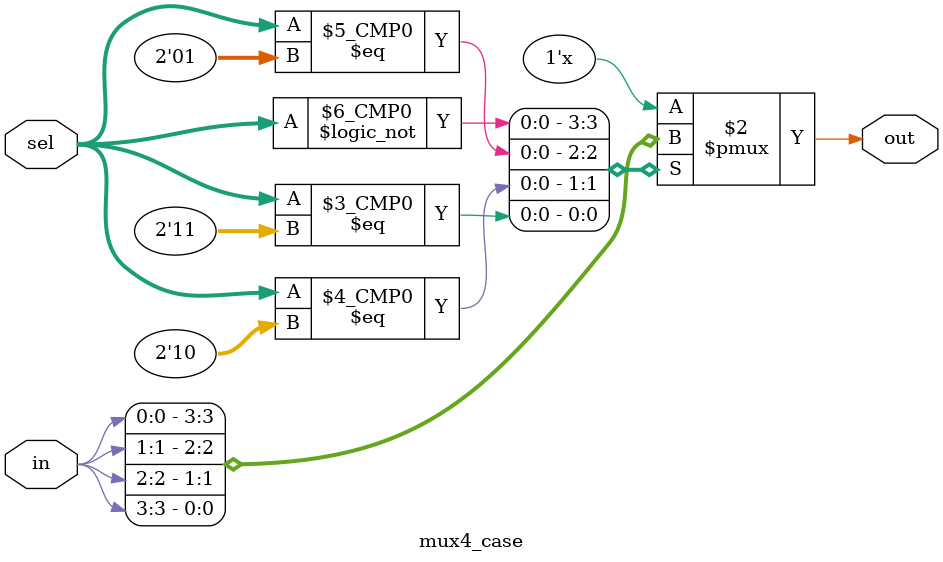
<source format=v>
module mux4to1_inst(out, in ,sel);

output	out;
input	[3:0] in;
input	[1:0] sel;
wire	[1:0] w;

mux_case u1(	.out(w[0]),
		.in0(in[0]),
		.in1(in[1]),
		.sel(sel[0]));

mux_case u2(	.out(w[1]),
		.in0(in[2]),
		.in1(in[3]),
		.sel(sel[0]));

mux_case u3(	.out(out),
		.in0(w[0]),
		.in1(w[1]),
		.sel(sel[1]));
endmodule


module mux4tal_if(out,in,sel);

output	out;
input	[3:0] in;
input	[1:0] sel;

reg out;

always @(*) begin

	if(sel==2'b00) begin
		out = in[0];
	end else if(sel==2'b01)begin
		out=in[1];
	end else if(sel==2'b10)begin
		out = in[2];
	end else begin
		out=in[3];
	end
end

endmodule




module mux4_case(out,in,sel);

output	out;
input	[3:0] in;
input	[1:0] sel;
reg out;

always @(*) begin
	case(sel)
		2'b00 : {out} = in[0];
		2'b01 : {out} = in[1];
		2'b10 : {out} = in[2];
		2'b11 : {out} = in[3];

	endcase
end
endmodule








</source>
